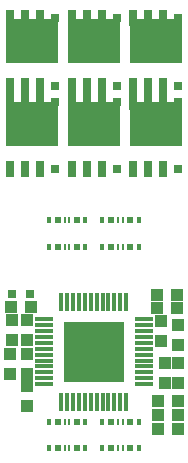
<source format=gbr>
G04 EAGLE Gerber RS-274X export*
G75*
%MOMM*%
%FSLAX34Y34*%
%LPD*%
%INSolderpaste Top*%
%IPPOS*%
%AMOC8*
5,1,8,0,0,1.08239X$1,22.5*%
G01*
%ADD10R,1.000000X1.100000*%
%ADD11R,1.100000X1.000000*%
%ADD12R,0.300000X1.500000*%
%ADD13R,1.500000X0.300000*%
%ADD14R,5.170000X5.170000*%
%ADD15R,0.710000X1.372000*%
%ADD16R,0.710000X0.686000*%
%ADD17R,4.520000X3.800000*%
%ADD18R,0.550000X0.600000*%
%ADD19R,0.240000X0.600000*%
%ADD20R,0.450000X0.600000*%
%ADD21R,0.800000X0.800000*%


D10*
X187824Y79883D03*
X170824Y79883D03*
D11*
X59690Y92320D03*
X59690Y75320D03*
X59690Y119244D03*
X59690Y102244D03*
D10*
X187325Y143628D03*
X187325Y126628D03*
X176784Y94751D03*
X176784Y111751D03*
X59690Y131454D03*
X59690Y148454D03*
D11*
X169935Y157988D03*
X186935Y157988D03*
D10*
X187833Y94751D03*
X187833Y111751D03*
D11*
X169935Y169037D03*
X186935Y169037D03*
D10*
X45720Y102117D03*
X45720Y119117D03*
D11*
X172847Y129930D03*
X172847Y146930D03*
X46990Y130819D03*
X46990Y147819D03*
D12*
X143764Y163703D03*
X138764Y163703D03*
X133764Y163703D03*
X128764Y163703D03*
X123764Y163703D03*
X118764Y163703D03*
X113764Y163703D03*
X108764Y163703D03*
X103764Y163703D03*
X98764Y163703D03*
X93764Y163703D03*
X88764Y163703D03*
X143764Y78703D03*
X138764Y78703D03*
X133764Y78703D03*
X128764Y78703D03*
X123764Y78703D03*
X118764Y78703D03*
X113764Y78703D03*
X108764Y78703D03*
X103764Y78703D03*
X98764Y78703D03*
X93764Y78703D03*
X88764Y78703D03*
D13*
X73764Y93703D03*
X73764Y98703D03*
X73764Y103703D03*
X73764Y108703D03*
X73764Y113703D03*
X73764Y118703D03*
X73764Y123703D03*
X73764Y128703D03*
X73764Y133703D03*
X73764Y138703D03*
X73764Y143703D03*
X73764Y148703D03*
X158764Y93703D03*
X158764Y98703D03*
X158764Y103703D03*
X158764Y108703D03*
X158764Y113703D03*
X158764Y118703D03*
X158764Y123703D03*
X158764Y128703D03*
X158764Y133703D03*
X158764Y138703D03*
X158764Y143703D03*
X158764Y148703D03*
D14*
X116264Y121203D03*
D15*
X97536Y346202D03*
X110236Y346202D03*
X122936Y346202D03*
D16*
X135636Y346202D03*
X135636Y403352D03*
D15*
X122936Y403352D03*
X110236Y403352D03*
X97536Y403352D03*
D17*
X116586Y384302D03*
D15*
X97536Y275844D03*
X110236Y275844D03*
X122936Y275844D03*
D16*
X135636Y275844D03*
X135636Y332994D03*
D15*
X122936Y332994D03*
X110236Y332994D03*
X97536Y332994D03*
D17*
X116586Y313944D03*
D15*
X45339Y346202D03*
X58039Y346202D03*
X70739Y346202D03*
D16*
X83439Y346202D03*
X83439Y403352D03*
D15*
X70739Y403352D03*
X58039Y403352D03*
X45339Y403352D03*
D17*
X64389Y384302D03*
D15*
X45339Y275844D03*
X58039Y275844D03*
X70739Y275844D03*
D16*
X83439Y275844D03*
X83439Y332994D03*
D15*
X70739Y332994D03*
X58039Y332994D03*
X45339Y332994D03*
D17*
X64389Y313944D03*
D15*
X149733Y346202D03*
X162433Y346202D03*
X175133Y346202D03*
D16*
X187833Y346202D03*
X187833Y403352D03*
D15*
X175133Y403352D03*
X162433Y403352D03*
X149733Y403352D03*
D17*
X168783Y384302D03*
D15*
X149733Y275844D03*
X162433Y275844D03*
X175133Y275844D03*
D16*
X187833Y275844D03*
X187833Y332994D03*
D15*
X175133Y332994D03*
X162433Y332994D03*
X149733Y332994D03*
D17*
X168783Y313944D03*
D18*
X146939Y210185D03*
D19*
X140939Y210185D03*
X136939Y210185D03*
D18*
X130939Y210185D03*
X130939Y232685D03*
X146939Y232685D03*
D19*
X140939Y232685D03*
X136939Y232685D03*
D20*
X154439Y210185D03*
X123439Y210185D03*
X154439Y232685D03*
X123439Y232685D03*
D18*
X146939Y39370D03*
D19*
X140939Y39370D03*
X136939Y39370D03*
D18*
X130939Y39370D03*
X130939Y61870D03*
X146939Y61870D03*
D19*
X140939Y61870D03*
X136939Y61870D03*
D20*
X154439Y39370D03*
X123439Y39370D03*
X154439Y61870D03*
X123439Y61870D03*
D18*
X85725Y232664D03*
D19*
X91725Y232664D03*
X95725Y232664D03*
D18*
X101725Y232664D03*
X101725Y210164D03*
X85725Y210164D03*
D19*
X91725Y210164D03*
X95725Y210164D03*
D20*
X78225Y232664D03*
X109225Y232664D03*
X78225Y210164D03*
X109225Y210164D03*
D18*
X85725Y61849D03*
D19*
X91725Y61849D03*
X95725Y61849D03*
D18*
X101725Y61849D03*
X101725Y39349D03*
X85725Y39349D03*
D19*
X91725Y39349D03*
X95725Y39349D03*
D20*
X78225Y61849D03*
X109225Y61849D03*
X78225Y39349D03*
X109225Y39349D03*
D10*
X170824Y55753D03*
X187824Y55753D03*
X187824Y67818D03*
X170824Y67818D03*
D21*
X47110Y169926D03*
X62110Y169926D03*
D10*
X63110Y159385D03*
X46110Y159385D03*
M02*

</source>
